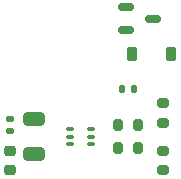
<source format=gtp>
%TF.GenerationSoftware,KiCad,Pcbnew,8.0.2*%
%TF.CreationDate,2024-12-26T16:28:57-05:00*%
%TF.ProjectId,Lumen Sensor,4c756d65-6e20-4536-956e-736f722e6b69,rev?*%
%TF.SameCoordinates,Original*%
%TF.FileFunction,Paste,Top*%
%TF.FilePolarity,Positive*%
%FSLAX46Y46*%
G04 Gerber Fmt 4.6, Leading zero omitted, Abs format (unit mm)*
G04 Created by KiCad (PCBNEW 8.0.2) date 2024-12-26 16:28:57*
%MOMM*%
%LPD*%
G01*
G04 APERTURE LIST*
G04 Aperture macros list*
%AMRoundRect*
0 Rectangle with rounded corners*
0 $1 Rounding radius*
0 $2 $3 $4 $5 $6 $7 $8 $9 X,Y pos of 4 corners*
0 Add a 4 corners polygon primitive as box body*
4,1,4,$2,$3,$4,$5,$6,$7,$8,$9,$2,$3,0*
0 Add four circle primitives for the rounded corners*
1,1,$1+$1,$2,$3*
1,1,$1+$1,$4,$5*
1,1,$1+$1,$6,$7*
1,1,$1+$1,$8,$9*
0 Add four rect primitives between the rounded corners*
20,1,$1+$1,$2,$3,$4,$5,0*
20,1,$1+$1,$4,$5,$6,$7,0*
20,1,$1+$1,$6,$7,$8,$9,0*
20,1,$1+$1,$8,$9,$2,$3,0*%
G04 Aperture macros list end*
%ADD10RoundRect,0.200000X-0.275000X0.200000X-0.275000X-0.200000X0.275000X-0.200000X0.275000X0.200000X0*%
%ADD11RoundRect,0.200000X-0.200000X-0.275000X0.200000X-0.275000X0.200000X0.275000X-0.200000X0.275000X0*%
%ADD12RoundRect,0.135000X0.135000X0.185000X-0.135000X0.185000X-0.135000X-0.185000X0.135000X-0.185000X0*%
%ADD13RoundRect,0.218750X0.256250X-0.218750X0.256250X0.218750X-0.256250X0.218750X-0.256250X-0.218750X0*%
%ADD14RoundRect,0.200000X0.275000X-0.200000X0.275000X0.200000X-0.275000X0.200000X-0.275000X-0.200000X0*%
%ADD15RoundRect,0.075000X-0.250000X-0.075000X0.250000X-0.075000X0.250000X0.075000X-0.250000X0.075000X0*%
%ADD16RoundRect,0.225000X0.225000X0.375000X-0.225000X0.375000X-0.225000X-0.375000X0.225000X-0.375000X0*%
%ADD17RoundRect,0.150000X-0.512500X-0.150000X0.512500X-0.150000X0.512500X0.150000X-0.512500X0.150000X0*%
%ADD18RoundRect,0.250000X-0.650000X0.325000X-0.650000X-0.325000X0.650000X-0.325000X0.650000X0.325000X0*%
%ADD19RoundRect,0.135000X0.185000X-0.135000X0.185000X0.135000X-0.185000X0.135000X-0.185000X-0.135000X0*%
G04 APERTURE END LIST*
D10*
%TO.C,R2*%
X111000000Y-56175000D03*
X111000000Y-57825000D03*
%TD*%
D11*
%TO.C,R3*%
X107175000Y-54000000D03*
X108825000Y-54000000D03*
%TD*%
D12*
%TO.C,R6*%
X108510000Y-51000000D03*
X107490000Y-51000000D03*
%TD*%
D13*
%TO.C,D2*%
X98000000Y-57787500D03*
X98000000Y-56212500D03*
%TD*%
D11*
%TO.C,R5*%
X107175000Y-56000000D03*
X108825000Y-56000000D03*
%TD*%
D14*
%TO.C,R1*%
X111000000Y-53825000D03*
X111000000Y-52175000D03*
%TD*%
D15*
%TO.C,U1*%
X103100000Y-54350000D03*
X103100000Y-55000000D03*
X103100000Y-55650000D03*
X104900000Y-55650000D03*
X104900000Y-55000000D03*
X104900000Y-54350000D03*
%TD*%
D16*
%TO.C,D1*%
X111650000Y-48000000D03*
X108350000Y-48000000D03*
%TD*%
D17*
%TO.C,Q1*%
X107862500Y-44050000D03*
X107862500Y-45950000D03*
X110137500Y-45000000D03*
%TD*%
D18*
%TO.C,C1*%
X100000000Y-53525000D03*
X100000000Y-56475000D03*
%TD*%
D19*
%TO.C,R4*%
X98000000Y-54510000D03*
X98000000Y-53490000D03*
%TD*%
M02*

</source>
